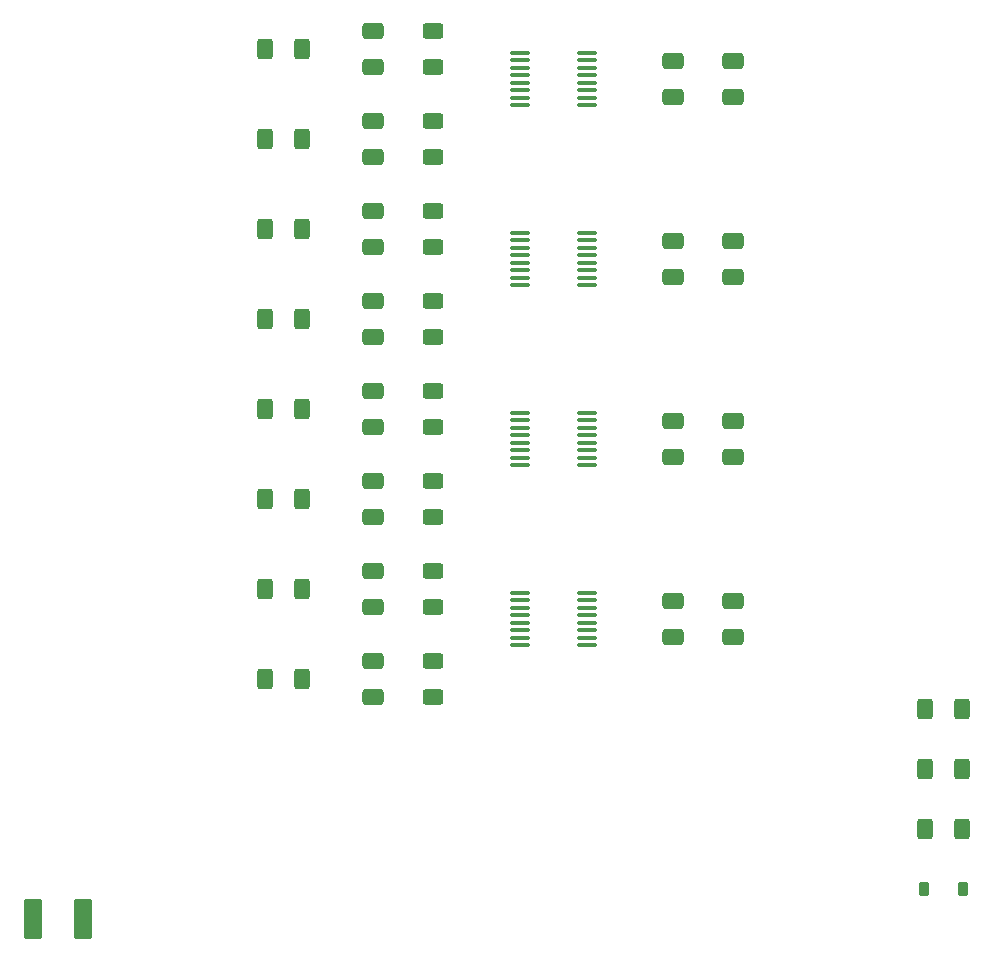
<source format=gbr>
%TF.GenerationSoftware,KiCad,Pcbnew,8.0.4-8.0.4-0~ubuntu22.04.1*%
%TF.CreationDate,2024-08-03T22:10:31+03:00*%
%TF.ProjectId,PM-DI16-DC24sink,504d2d44-4931-4362-9d44-43323473696e,rev?*%
%TF.SameCoordinates,Original*%
%TF.FileFunction,Paste,Bot*%
%TF.FilePolarity,Positive*%
%FSLAX46Y46*%
G04 Gerber Fmt 4.6, Leading zero omitted, Abs format (unit mm)*
G04 Created by KiCad (PCBNEW 8.0.4-8.0.4-0~ubuntu22.04.1) date 2024-08-03 22:10:31*
%MOMM*%
%LPD*%
G01*
G04 APERTURE LIST*
G04 Aperture macros list*
%AMRoundRect*
0 Rectangle with rounded corners*
0 $1 Rounding radius*
0 $2 $3 $4 $5 $6 $7 $8 $9 X,Y pos of 4 corners*
0 Add a 4 corners polygon primitive as box body*
4,1,4,$2,$3,$4,$5,$6,$7,$8,$9,$2,$3,0*
0 Add four circle primitives for the rounded corners*
1,1,$1+$1,$2,$3*
1,1,$1+$1,$4,$5*
1,1,$1+$1,$6,$7*
1,1,$1+$1,$8,$9*
0 Add four rect primitives between the rounded corners*
20,1,$1+$1,$2,$3,$4,$5,0*
20,1,$1+$1,$4,$5,$6,$7,0*
20,1,$1+$1,$6,$7,$8,$9,0*
20,1,$1+$1,$8,$9,$2,$3,0*%
G04 Aperture macros list end*
%ADD10RoundRect,0.250000X0.650000X-0.412500X0.650000X0.412500X-0.650000X0.412500X-0.650000X-0.412500X0*%
%ADD11O,1.649999X0.399999*%
%ADD12RoundRect,0.250000X-0.650000X0.412500X-0.650000X-0.412500X0.650000X-0.412500X0.650000X0.412500X0*%
%ADD13RoundRect,0.250000X-0.625000X0.400000X-0.625000X-0.400000X0.625000X-0.400000X0.625000X0.400000X0*%
%ADD14RoundRect,0.250000X-0.400000X-0.625000X0.400000X-0.625000X0.400000X0.625000X-0.400000X0.625000X0*%
%ADD15RoundRect,0.250000X0.537500X1.450000X-0.537500X1.450000X-0.537500X-1.450000X0.537500X-1.450000X0*%
%ADD16RoundRect,0.250000X0.400000X0.625000X-0.400000X0.625000X-0.400000X-0.625000X0.400000X-0.625000X0*%
%ADD17RoundRect,0.225000X0.225000X0.375000X-0.225000X0.375000X-0.225000X-0.375000X0.225000X-0.375000X0*%
G04 APERTURE END LIST*
D10*
%TO.C,C22*%
X96520000Y-82842500D03*
X96520000Y-79717500D03*
%TD*%
D11*
%TO.C,U6*%
X84105001Y-63817500D03*
X84105001Y-64452500D03*
X84105001Y-65087500D03*
X84105001Y-65722500D03*
X84105001Y-66357500D03*
X84105001Y-66992500D03*
X84105001Y-67627500D03*
X84105001Y-68262500D03*
X78455002Y-68262500D03*
X78455002Y-67627500D03*
X78455002Y-66992500D03*
X78455002Y-66357500D03*
X78455002Y-65722500D03*
X78455002Y-65087500D03*
X78455002Y-64452500D03*
X78455002Y-63817500D03*
%TD*%
D12*
%TO.C,C28*%
X66040000Y-92417500D03*
X66040000Y-95542500D03*
%TD*%
%TO.C,C31*%
X66040000Y-115277500D03*
X66040000Y-118402500D03*
%TD*%
D13*
%TO.C,R25*%
X71120000Y-92430000D03*
X71120000Y-95530000D03*
%TD*%
%TO.C,R17*%
X71120000Y-61950000D03*
X71120000Y-65050000D03*
%TD*%
D11*
%TO.C,U8*%
X84105001Y-94297500D03*
X84105001Y-94932500D03*
X84105001Y-95567500D03*
X84105001Y-96202500D03*
X84105001Y-96837500D03*
X84105001Y-97472500D03*
X84105001Y-98107500D03*
X84105001Y-98742500D03*
X78455002Y-98742500D03*
X78455002Y-98107500D03*
X78455002Y-97472500D03*
X78455002Y-96837500D03*
X78455002Y-96202500D03*
X78455002Y-95567500D03*
X78455002Y-94932500D03*
X78455002Y-94297500D03*
%TD*%
D13*
%TO.C,R22*%
X71120000Y-84810000D03*
X71120000Y-87910000D03*
%TD*%
D14*
%TO.C,R24*%
X56870000Y-86360000D03*
X59970000Y-86360000D03*
%TD*%
D12*
%TO.C,C23*%
X66040000Y-84797500D03*
X66040000Y-87922500D03*
%TD*%
D14*
%TO.C,R19*%
X56870000Y-63500000D03*
X59970000Y-63500000D03*
%TD*%
D13*
%TO.C,R29*%
X71120000Y-107670000D03*
X71120000Y-110770000D03*
%TD*%
D11*
%TO.C,U9*%
X84105001Y-109537500D03*
X84105001Y-110172500D03*
X84105001Y-110807500D03*
X84105001Y-111442500D03*
X84105001Y-112077500D03*
X84105001Y-112712500D03*
X84105001Y-113347500D03*
X84105001Y-113982500D03*
X78455002Y-113982500D03*
X78455002Y-113347500D03*
X78455002Y-112712500D03*
X78455002Y-112077500D03*
X78455002Y-111442500D03*
X78455002Y-110807500D03*
X78455002Y-110172500D03*
X78455002Y-109537500D03*
%TD*%
D13*
%TO.C,R30*%
X71120000Y-115290000D03*
X71120000Y-118390000D03*
%TD*%
D14*
%TO.C,R28*%
X56870000Y-101600000D03*
X59970000Y-101600000D03*
%TD*%
D10*
%TO.C,C17*%
X91440000Y-67602500D03*
X91440000Y-64477500D03*
%TD*%
%TO.C,C29*%
X91440000Y-113322500D03*
X91440000Y-110197500D03*
%TD*%
D15*
%TO.C,C33*%
X41507500Y-137160000D03*
X37232500Y-137160000D03*
%TD*%
D13*
%TO.C,R18*%
X71120000Y-69570000D03*
X71120000Y-72670000D03*
%TD*%
D10*
%TO.C,C18*%
X96520000Y-67602500D03*
X96520000Y-64477500D03*
%TD*%
D14*
%TO.C,R27*%
X56870000Y-93980000D03*
X59970000Y-93980000D03*
%TD*%
D12*
%TO.C,C24*%
X66040000Y-77177500D03*
X66040000Y-80302500D03*
%TD*%
D16*
%TO.C,R36*%
X115850000Y-129540000D03*
X112750000Y-129540000D03*
%TD*%
D12*
%TO.C,C32*%
X66040000Y-107657500D03*
X66040000Y-110782500D03*
%TD*%
D11*
%TO.C,U7*%
X84105001Y-79057500D03*
X84105001Y-79692500D03*
X84105001Y-80327500D03*
X84105001Y-80962500D03*
X84105001Y-81597500D03*
X84105001Y-82232500D03*
X84105001Y-82867500D03*
X84105001Y-83502500D03*
X78455002Y-83502500D03*
X78455002Y-82867500D03*
X78455002Y-82232500D03*
X78455002Y-81597500D03*
X78455002Y-80962500D03*
X78455002Y-80327500D03*
X78455002Y-79692500D03*
X78455002Y-79057500D03*
%TD*%
D10*
%TO.C,C25*%
X91440000Y-98082500D03*
X91440000Y-94957500D03*
%TD*%
D14*
%TO.C,R31*%
X56870000Y-109220000D03*
X59970000Y-109220000D03*
%TD*%
D12*
%TO.C,C27*%
X66040000Y-100037500D03*
X66040000Y-103162500D03*
%TD*%
D16*
%TO.C,R38*%
X115850000Y-119380000D03*
X112750000Y-119380000D03*
%TD*%
D14*
%TO.C,R20*%
X56870000Y-71120000D03*
X59970000Y-71120000D03*
%TD*%
D10*
%TO.C,C26*%
X96520000Y-98082500D03*
X96520000Y-94957500D03*
%TD*%
%TO.C,C21*%
X91440000Y-82842500D03*
X91440000Y-79717500D03*
%TD*%
D13*
%TO.C,R26*%
X71120000Y-100050000D03*
X71120000Y-103150000D03*
%TD*%
D17*
%TO.C,D1*%
X115950000Y-134620000D03*
X112650000Y-134620000D03*
%TD*%
D13*
%TO.C,R21*%
X71120000Y-77190000D03*
X71120000Y-80290000D03*
%TD*%
D16*
%TO.C,R37*%
X115850000Y-124460000D03*
X112750000Y-124460000D03*
%TD*%
D14*
%TO.C,R23*%
X56870000Y-78740000D03*
X59970000Y-78740000D03*
%TD*%
D10*
%TO.C,C30*%
X96520000Y-113322500D03*
X96520000Y-110197500D03*
%TD*%
D14*
%TO.C,R32*%
X56870000Y-116840000D03*
X59970000Y-116840000D03*
%TD*%
D12*
%TO.C,C19*%
X66040000Y-69557500D03*
X66040000Y-72682500D03*
%TD*%
%TO.C,C20*%
X66040000Y-61937500D03*
X66040000Y-65062500D03*
%TD*%
M02*

</source>
